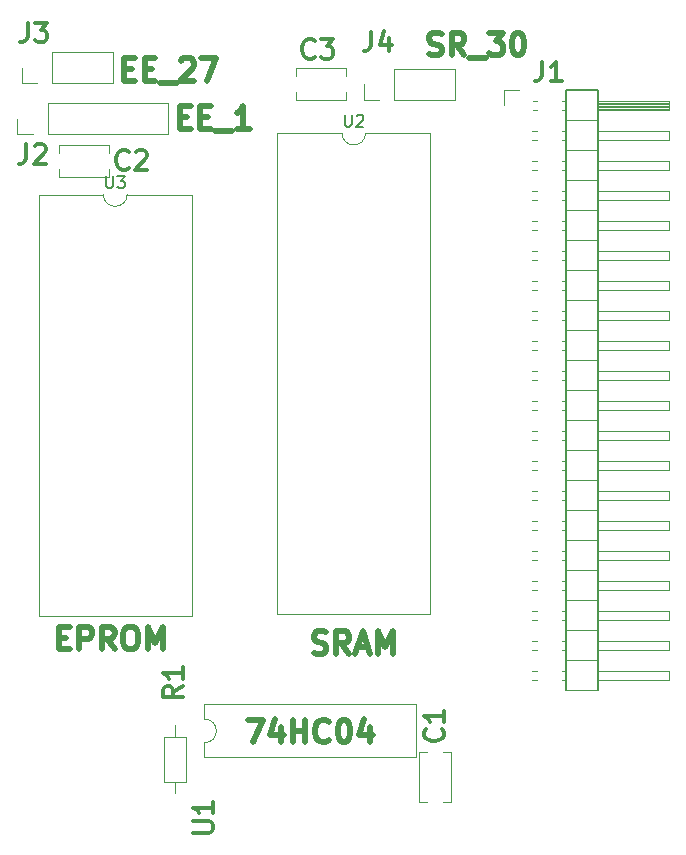
<source format=gto>
G04 #@! TF.GenerationSoftware,KiCad,Pcbnew,(6.0.1)*
G04 #@! TF.CreationDate,2022-10-08T09:58:21-04:00*
G04 #@! TF.ProjectId,LB-MEM-04,4c422d4d-454d-42d3-9034-2e6b69636164,2*
G04 #@! TF.SameCoordinates,Original*
G04 #@! TF.FileFunction,Legend,Top*
G04 #@! TF.FilePolarity,Positive*
%FSLAX46Y46*%
G04 Gerber Fmt 4.6, Leading zero omitted, Abs format (unit mm)*
G04 Created by KiCad (PCBNEW (6.0.1)) date 2022-10-08 09:58:21*
%MOMM*%
%LPD*%
G01*
G04 APERTURE LIST*
%ADD10C,0.476250*%
%ADD11C,0.349250*%
%ADD12C,0.150000*%
%ADD13C,0.120000*%
G04 APERTURE END LIST*
D10*
X169699214Y-50301071D02*
X169971357Y-50391785D01*
X170424928Y-50391785D01*
X170606357Y-50301071D01*
X170697071Y-50210357D01*
X170787785Y-50028928D01*
X170787785Y-49847500D01*
X170697071Y-49666071D01*
X170606357Y-49575357D01*
X170424928Y-49484642D01*
X170062071Y-49393928D01*
X169880642Y-49303214D01*
X169789928Y-49212500D01*
X169699214Y-49031071D01*
X169699214Y-48849642D01*
X169789928Y-48668214D01*
X169880642Y-48577500D01*
X170062071Y-48486785D01*
X170515642Y-48486785D01*
X170787785Y-48577500D01*
X172692785Y-50391785D02*
X172057785Y-49484642D01*
X171604214Y-50391785D02*
X171604214Y-48486785D01*
X172329928Y-48486785D01*
X172511357Y-48577500D01*
X172602071Y-48668214D01*
X172692785Y-48849642D01*
X172692785Y-49121785D01*
X172602071Y-49303214D01*
X172511357Y-49393928D01*
X172329928Y-49484642D01*
X171604214Y-49484642D01*
X173055642Y-50573214D02*
X174507071Y-50573214D01*
X174779214Y-48486785D02*
X175958500Y-48486785D01*
X175323500Y-49212500D01*
X175595642Y-49212500D01*
X175777071Y-49303214D01*
X175867785Y-49393928D01*
X175958500Y-49575357D01*
X175958500Y-50028928D01*
X175867785Y-50210357D01*
X175777071Y-50301071D01*
X175595642Y-50391785D01*
X175051357Y-50391785D01*
X174869928Y-50301071D01*
X174779214Y-50210357D01*
X177137785Y-48486785D02*
X177319214Y-48486785D01*
X177500642Y-48577500D01*
X177591357Y-48668214D01*
X177682071Y-48849642D01*
X177772785Y-49212500D01*
X177772785Y-49666071D01*
X177682071Y-50028928D01*
X177591357Y-50210357D01*
X177500642Y-50301071D01*
X177319214Y-50391785D01*
X177137785Y-50391785D01*
X176956357Y-50301071D01*
X176865642Y-50210357D01*
X176774928Y-50028928D01*
X176684214Y-49666071D01*
X176684214Y-49212500D01*
X176774928Y-48849642D01*
X176865642Y-48668214D01*
X176956357Y-48577500D01*
X177137785Y-48486785D01*
X154332214Y-106652785D02*
X155602214Y-106652785D01*
X154785785Y-108557785D01*
X157144357Y-107287785D02*
X157144357Y-108557785D01*
X156690785Y-106562071D02*
X156237214Y-107922785D01*
X157416500Y-107922785D01*
X158142214Y-108557785D02*
X158142214Y-106652785D01*
X158142214Y-107559928D02*
X159230785Y-107559928D01*
X159230785Y-108557785D02*
X159230785Y-106652785D01*
X161226500Y-108376357D02*
X161135785Y-108467071D01*
X160863642Y-108557785D01*
X160682214Y-108557785D01*
X160410071Y-108467071D01*
X160228642Y-108285642D01*
X160137928Y-108104214D01*
X160047214Y-107741357D01*
X160047214Y-107469214D01*
X160137928Y-107106357D01*
X160228642Y-106924928D01*
X160410071Y-106743500D01*
X160682214Y-106652785D01*
X160863642Y-106652785D01*
X161135785Y-106743500D01*
X161226500Y-106834214D01*
X162405785Y-106652785D02*
X162587214Y-106652785D01*
X162768642Y-106743500D01*
X162859357Y-106834214D01*
X162950071Y-107015642D01*
X163040785Y-107378500D01*
X163040785Y-107832071D01*
X162950071Y-108194928D01*
X162859357Y-108376357D01*
X162768642Y-108467071D01*
X162587214Y-108557785D01*
X162405785Y-108557785D01*
X162224357Y-108467071D01*
X162133642Y-108376357D01*
X162042928Y-108194928D01*
X161952214Y-107832071D01*
X161952214Y-107378500D01*
X162042928Y-107015642D01*
X162133642Y-106834214D01*
X162224357Y-106743500D01*
X162405785Y-106652785D01*
X164673642Y-107287785D02*
X164673642Y-108557785D01*
X164220071Y-106562071D02*
X163766500Y-107922785D01*
X164945785Y-107922785D01*
X138348357Y-99685928D02*
X138983357Y-99685928D01*
X139255500Y-100683785D02*
X138348357Y-100683785D01*
X138348357Y-98778785D01*
X139255500Y-98778785D01*
X140071928Y-100683785D02*
X140071928Y-98778785D01*
X140797642Y-98778785D01*
X140979071Y-98869500D01*
X141069785Y-98960214D01*
X141160500Y-99141642D01*
X141160500Y-99413785D01*
X141069785Y-99595214D01*
X140979071Y-99685928D01*
X140797642Y-99776642D01*
X140071928Y-99776642D01*
X143065500Y-100683785D02*
X142430500Y-99776642D01*
X141976928Y-100683785D02*
X141976928Y-98778785D01*
X142702642Y-98778785D01*
X142884071Y-98869500D01*
X142974785Y-98960214D01*
X143065500Y-99141642D01*
X143065500Y-99413785D01*
X142974785Y-99595214D01*
X142884071Y-99685928D01*
X142702642Y-99776642D01*
X141976928Y-99776642D01*
X144244785Y-98778785D02*
X144607642Y-98778785D01*
X144789071Y-98869500D01*
X144970500Y-99050928D01*
X145061214Y-99413785D01*
X145061214Y-100048785D01*
X144970500Y-100411642D01*
X144789071Y-100593071D01*
X144607642Y-100683785D01*
X144244785Y-100683785D01*
X144063357Y-100593071D01*
X143881928Y-100411642D01*
X143791214Y-100048785D01*
X143791214Y-99413785D01*
X143881928Y-99050928D01*
X144063357Y-98869500D01*
X144244785Y-98778785D01*
X145877642Y-100683785D02*
X145877642Y-98778785D01*
X146512642Y-100139500D01*
X147147642Y-98778785D01*
X147147642Y-100683785D01*
X148608142Y-55616928D02*
X149243142Y-55616928D01*
X149515285Y-56614785D02*
X148608142Y-56614785D01*
X148608142Y-54709785D01*
X149515285Y-54709785D01*
X150331714Y-55616928D02*
X150966714Y-55616928D01*
X151238857Y-56614785D02*
X150331714Y-56614785D01*
X150331714Y-54709785D01*
X151238857Y-54709785D01*
X151601714Y-56796214D02*
X153053142Y-56796214D01*
X154504571Y-56614785D02*
X153416000Y-56614785D01*
X153960285Y-56614785D02*
X153960285Y-54709785D01*
X153778857Y-54981928D01*
X153597428Y-55163357D01*
X153416000Y-55254071D01*
X159920214Y-100974071D02*
X160192357Y-101064785D01*
X160645928Y-101064785D01*
X160827357Y-100974071D01*
X160918071Y-100883357D01*
X161008785Y-100701928D01*
X161008785Y-100520500D01*
X160918071Y-100339071D01*
X160827357Y-100248357D01*
X160645928Y-100157642D01*
X160283071Y-100066928D01*
X160101642Y-99976214D01*
X160010928Y-99885500D01*
X159920214Y-99704071D01*
X159920214Y-99522642D01*
X160010928Y-99341214D01*
X160101642Y-99250500D01*
X160283071Y-99159785D01*
X160736642Y-99159785D01*
X161008785Y-99250500D01*
X162913785Y-101064785D02*
X162278785Y-100157642D01*
X161825214Y-101064785D02*
X161825214Y-99159785D01*
X162550928Y-99159785D01*
X162732357Y-99250500D01*
X162823071Y-99341214D01*
X162913785Y-99522642D01*
X162913785Y-99794785D01*
X162823071Y-99976214D01*
X162732357Y-100066928D01*
X162550928Y-100157642D01*
X161825214Y-100157642D01*
X163639500Y-100520500D02*
X164546642Y-100520500D01*
X163458071Y-101064785D02*
X164093071Y-99159785D01*
X164728071Y-101064785D01*
X165363071Y-101064785D02*
X165363071Y-99159785D01*
X165998071Y-100520500D01*
X166633071Y-99159785D01*
X166633071Y-101064785D01*
X143891000Y-51552928D02*
X144526000Y-51552928D01*
X144798142Y-52550785D02*
X143891000Y-52550785D01*
X143891000Y-50645785D01*
X144798142Y-50645785D01*
X145614571Y-51552928D02*
X146249571Y-51552928D01*
X146521714Y-52550785D02*
X145614571Y-52550785D01*
X145614571Y-50645785D01*
X146521714Y-50645785D01*
X146884571Y-52732214D02*
X148336000Y-52732214D01*
X148698857Y-50827214D02*
X148789571Y-50736500D01*
X148971000Y-50645785D01*
X149424571Y-50645785D01*
X149606000Y-50736500D01*
X149696714Y-50827214D01*
X149787428Y-51008642D01*
X149787428Y-51190071D01*
X149696714Y-51462214D01*
X148608142Y-52550785D01*
X149787428Y-52550785D01*
X150422428Y-50645785D02*
X151692428Y-50645785D01*
X150876000Y-52550785D01*
D11*
X135593666Y-57896880D02*
X135593666Y-59076166D01*
X135515047Y-59312023D01*
X135357809Y-59469261D01*
X135121952Y-59547880D01*
X134964714Y-59547880D01*
X136301238Y-58054119D02*
X136379857Y-57975500D01*
X136537095Y-57896880D01*
X136930190Y-57896880D01*
X137087428Y-57975500D01*
X137166047Y-58054119D01*
X137244666Y-58211357D01*
X137244666Y-58368595D01*
X137166047Y-58604452D01*
X136222619Y-59547880D01*
X137244666Y-59547880D01*
D12*
X142365088Y-60622380D02*
X142365088Y-61431904D01*
X142412707Y-61527142D01*
X142460326Y-61574761D01*
X142555564Y-61622380D01*
X142746040Y-61622380D01*
X142841278Y-61574761D01*
X142888897Y-61527142D01*
X142936516Y-61431904D01*
X142936516Y-60622380D01*
X143317469Y-60622380D02*
X143936516Y-60622380D01*
X143603183Y-61003333D01*
X143746040Y-61003333D01*
X143841278Y-61050952D01*
X143888897Y-61098571D01*
X143936516Y-61193809D01*
X143936516Y-61431904D01*
X143888897Y-61527142D01*
X143841278Y-61574761D01*
X143746040Y-61622380D01*
X143460326Y-61622380D01*
X143365088Y-61574761D01*
X143317469Y-61527142D01*
X162560095Y-55415380D02*
X162560095Y-56224904D01*
X162607714Y-56320142D01*
X162655333Y-56367761D01*
X162750571Y-56415380D01*
X162941047Y-56415380D01*
X163036285Y-56367761D01*
X163083904Y-56320142D01*
X163131523Y-56224904D01*
X163131523Y-55415380D01*
X163560095Y-55510619D02*
X163607714Y-55463000D01*
X163702952Y-55415380D01*
X163941047Y-55415380D01*
X164036285Y-55463000D01*
X164083904Y-55510619D01*
X164131523Y-55605857D01*
X164131523Y-55701095D01*
X164083904Y-55843952D01*
X163512476Y-56415380D01*
X164131523Y-56415380D01*
D11*
X164803677Y-48371880D02*
X164803677Y-49551166D01*
X164725058Y-49787023D01*
X164567820Y-49944261D01*
X164331963Y-50022880D01*
X164174725Y-50022880D01*
X166297439Y-48922214D02*
X166297439Y-50022880D01*
X165904344Y-48293261D02*
X165511249Y-49472547D01*
X166533296Y-49472547D01*
X179281666Y-50911880D02*
X179281666Y-52091166D01*
X179203047Y-52327023D01*
X179045809Y-52484261D01*
X178809952Y-52562880D01*
X178652714Y-52562880D01*
X180932666Y-52562880D02*
X179989238Y-52562880D01*
X180460952Y-52562880D02*
X180460952Y-50911880D01*
X180303714Y-51147738D01*
X180146476Y-51304976D01*
X179989238Y-51383595D01*
X149717876Y-116192915D02*
X151054400Y-116192915D01*
X151211638Y-116114296D01*
X151290257Y-116035677D01*
X151368876Y-115878439D01*
X151368876Y-115563963D01*
X151290257Y-115406725D01*
X151211638Y-115328106D01*
X151054400Y-115249487D01*
X149717876Y-115249487D01*
X151368876Y-113598487D02*
X151368876Y-114541915D01*
X151368876Y-114070201D02*
X149717876Y-114070201D01*
X149953734Y-114227439D01*
X150110972Y-114384677D01*
X150189591Y-114541915D01*
X170769642Y-107443176D02*
X170848261Y-107521795D01*
X170926880Y-107757652D01*
X170926880Y-107914890D01*
X170848261Y-108150748D01*
X170691023Y-108307986D01*
X170533785Y-108386605D01*
X170219309Y-108465224D01*
X169983452Y-108465224D01*
X169668976Y-108386605D01*
X169511738Y-108307986D01*
X169354500Y-108150748D01*
X169275880Y-107914890D01*
X169275880Y-107757652D01*
X169354500Y-107521795D01*
X169433119Y-107443176D01*
X170926880Y-105870795D02*
X170926880Y-106814224D01*
X170926880Y-106342510D02*
X169275880Y-106342510D01*
X169511738Y-106499748D01*
X169668976Y-106656986D01*
X169747595Y-106814224D01*
X144250843Y-59898642D02*
X144172224Y-59977261D01*
X143936367Y-60055880D01*
X143779129Y-60055880D01*
X143543271Y-59977261D01*
X143386033Y-59820023D01*
X143307414Y-59662785D01*
X143228795Y-59348309D01*
X143228795Y-59112452D01*
X143307414Y-58797976D01*
X143386033Y-58640738D01*
X143543271Y-58483500D01*
X143779129Y-58404880D01*
X143936367Y-58404880D01*
X144172224Y-58483500D01*
X144250843Y-58562119D01*
X144879795Y-58562119D02*
X144958414Y-58483500D01*
X145115652Y-58404880D01*
X145508748Y-58404880D01*
X145665986Y-58483500D01*
X145744605Y-58562119D01*
X145823224Y-58719357D01*
X145823224Y-58876595D01*
X145744605Y-59112452D01*
X144801176Y-60055880D01*
X145823224Y-60055880D01*
X135720666Y-47609880D02*
X135720666Y-48789166D01*
X135642047Y-49025023D01*
X135484809Y-49182261D01*
X135248952Y-49260880D01*
X135091714Y-49260880D01*
X136349619Y-47609880D02*
X137371666Y-47609880D01*
X136821333Y-48238833D01*
X137057190Y-48238833D01*
X137214428Y-48317452D01*
X137293047Y-48396071D01*
X137371666Y-48553309D01*
X137371666Y-48946404D01*
X137293047Y-49103642D01*
X137214428Y-49182261D01*
X137057190Y-49260880D01*
X136585476Y-49260880D01*
X136428238Y-49182261D01*
X136349619Y-49103642D01*
X148828880Y-103780166D02*
X148042690Y-104330500D01*
X148828880Y-104723595D02*
X147177880Y-104723595D01*
X147177880Y-104094642D01*
X147256500Y-103937404D01*
X147335119Y-103858785D01*
X147492357Y-103780166D01*
X147728214Y-103780166D01*
X147885452Y-103858785D01*
X147964071Y-103937404D01*
X148042690Y-104094642D01*
X148042690Y-104723595D01*
X148828880Y-102207785D02*
X148828880Y-103151214D01*
X148828880Y-102679500D02*
X147177880Y-102679500D01*
X147413738Y-102836738D01*
X147570976Y-102993976D01*
X147649595Y-103151214D01*
X159998833Y-50500642D02*
X159920214Y-50579261D01*
X159684357Y-50657880D01*
X159527119Y-50657880D01*
X159291261Y-50579261D01*
X159134023Y-50422023D01*
X159055404Y-50264785D01*
X158976785Y-49950309D01*
X158976785Y-49714452D01*
X159055404Y-49399976D01*
X159134023Y-49242738D01*
X159291261Y-49085500D01*
X159527119Y-49006880D01*
X159684357Y-49006880D01*
X159920214Y-49085500D01*
X159998833Y-49164119D01*
X160549166Y-49006880D02*
X161571214Y-49006880D01*
X161020880Y-49635833D01*
X161256738Y-49635833D01*
X161413976Y-49714452D01*
X161492595Y-49793071D01*
X161571214Y-49950309D01*
X161571214Y-50343404D01*
X161492595Y-50500642D01*
X161413976Y-50579261D01*
X161256738Y-50657880D01*
X160785023Y-50657880D01*
X160627785Y-50579261D01*
X160549166Y-50500642D01*
D13*
X137414000Y-54423000D02*
X147634000Y-54423000D01*
X134814000Y-57083000D02*
X134814000Y-55753000D01*
X137414000Y-57083000D02*
X147634000Y-57083000D01*
X147634000Y-57083000D02*
X147634000Y-54423000D01*
X137414000Y-57083000D02*
X137414000Y-54423000D01*
X136144000Y-57083000D02*
X134814000Y-57083000D01*
X136666993Y-62170000D02*
X136666993Y-97850000D01*
X149586993Y-62170000D02*
X144126993Y-62170000D01*
X136666993Y-97850000D02*
X149586993Y-97850000D01*
X149586993Y-97850000D02*
X149586993Y-62170000D01*
X142126993Y-62170000D02*
X136666993Y-62170000D01*
X142126993Y-62170000D02*
G75*
G03*
X144126993Y-62170000I1000000J0D01*
G01*
X169782000Y-56963000D02*
X164322000Y-56963000D01*
X169782000Y-97723000D02*
X169782000Y-56963000D01*
X156862000Y-56963000D02*
X156862000Y-97723000D01*
X162322000Y-56963000D02*
X156862000Y-56963000D01*
X156862000Y-97723000D02*
X169782000Y-97723000D01*
X162322000Y-56963000D02*
G75*
G03*
X164322000Y-56963000I1000000J0D01*
G01*
X171906011Y-54162000D02*
X171906011Y-51502000D01*
X166766011Y-54162000D02*
X171906011Y-54162000D01*
X165496011Y-54162000D02*
X164166011Y-54162000D01*
X166766011Y-51502000D02*
X171906011Y-51502000D01*
X164166011Y-54162000D02*
X164166011Y-52832000D01*
X166766011Y-54162000D02*
X166766011Y-51502000D01*
X180932929Y-93095000D02*
X181330000Y-93095000D01*
X189990000Y-85475000D02*
X183990000Y-85475000D01*
X180932929Y-79635000D02*
X181330000Y-79635000D01*
X178392929Y-77855000D02*
X178847071Y-77855000D01*
X178392929Y-94875000D02*
X178847071Y-94875000D01*
X178392929Y-69475000D02*
X178847071Y-69475000D01*
X183990000Y-97415000D02*
X189990000Y-97415000D01*
X183990000Y-53285000D02*
X181330000Y-53285000D01*
X183990000Y-54295000D02*
X189990000Y-54295000D01*
X178392929Y-82175000D02*
X178847071Y-82175000D01*
X180932929Y-77095000D02*
X181330000Y-77095000D01*
X178392929Y-56775000D02*
X178847071Y-56775000D01*
X181330000Y-71125000D02*
X183990000Y-71125000D01*
X180932929Y-66935000D02*
X181330000Y-66935000D01*
X183990000Y-87255000D02*
X189990000Y-87255000D01*
X178392929Y-62615000D02*
X178847071Y-62615000D01*
X183990000Y-77095000D02*
X189990000Y-77095000D01*
X189990000Y-102495000D02*
X189990000Y-103255000D01*
X178392929Y-61855000D02*
X178847071Y-61855000D01*
X178392929Y-60075000D02*
X178847071Y-60075000D01*
X181330000Y-63505000D02*
X183990000Y-63505000D01*
X189990000Y-97415000D02*
X189990000Y-98175000D01*
X189990000Y-100715000D02*
X183990000Y-100715000D01*
X181330000Y-78745000D02*
X183990000Y-78745000D01*
X189990000Y-82175000D02*
X189990000Y-82935000D01*
X178392929Y-90555000D02*
X178847071Y-90555000D01*
X180932929Y-69475000D02*
X181330000Y-69475000D01*
X178392929Y-92335000D02*
X178847071Y-92335000D01*
X189990000Y-72775000D02*
X183990000Y-72775000D01*
X181330000Y-104145000D02*
X183990000Y-104145000D01*
X180932929Y-94875000D02*
X181330000Y-94875000D01*
X180932929Y-102495000D02*
X181330000Y-102495000D01*
X181330000Y-93985000D02*
X183990000Y-93985000D01*
X183990000Y-64395000D02*
X189990000Y-64395000D01*
X178392929Y-87255000D02*
X178847071Y-87255000D01*
X178392929Y-84715000D02*
X178847071Y-84715000D01*
X180932929Y-100715000D02*
X181330000Y-100715000D01*
X189990000Y-87255000D02*
X189990000Y-88015000D01*
X189990000Y-94875000D02*
X189990000Y-95635000D01*
X181330000Y-55885000D02*
X183990000Y-55885000D01*
X178392929Y-59315000D02*
X178847071Y-59315000D01*
X189990000Y-54995000D02*
X183990000Y-54995000D01*
X183990000Y-54895000D02*
X189990000Y-54895000D01*
X189990000Y-56775000D02*
X189990000Y-57535000D01*
X183990000Y-84715000D02*
X189990000Y-84715000D01*
X183990000Y-89795000D02*
X189990000Y-89795000D01*
X180932929Y-57535000D02*
X181330000Y-57535000D01*
X181330000Y-66045000D02*
X183990000Y-66045000D01*
X178392929Y-72775000D02*
X178847071Y-72775000D01*
X178392929Y-74555000D02*
X178847071Y-74555000D01*
X183990000Y-79635000D02*
X189990000Y-79635000D01*
X180932929Y-99955000D02*
X181330000Y-99955000D01*
X189990000Y-64395000D02*
X189990000Y-65155000D01*
X178392929Y-79635000D02*
X178847071Y-79635000D01*
X180932929Y-65155000D02*
X181330000Y-65155000D01*
X180932929Y-59315000D02*
X181330000Y-59315000D01*
X183990000Y-66935000D02*
X189990000Y-66935000D01*
X189990000Y-98175000D02*
X183990000Y-98175000D01*
X180932929Y-74555000D02*
X181330000Y-74555000D01*
X180932929Y-62615000D02*
X181330000Y-62615000D01*
X183990000Y-82175000D02*
X189990000Y-82175000D01*
X189990000Y-72015000D02*
X189990000Y-72775000D01*
X181330000Y-91445000D02*
X183990000Y-91445000D01*
X178392929Y-103255000D02*
X178847071Y-103255000D01*
X178392929Y-88015000D02*
X178847071Y-88015000D01*
X180932929Y-82935000D02*
X181330000Y-82935000D01*
X189990000Y-65155000D02*
X183990000Y-65155000D01*
X189990000Y-62615000D02*
X183990000Y-62615000D01*
D12*
X181330000Y-53285000D02*
X183990000Y-53285000D01*
D13*
X178392929Y-67695000D02*
X178847071Y-67695000D01*
X180932929Y-98175000D02*
X181330000Y-98175000D01*
X183990000Y-72015000D02*
X189990000Y-72015000D01*
X180932929Y-87255000D02*
X181330000Y-87255000D01*
X189990000Y-89795000D02*
X189990000Y-90555000D01*
X178392929Y-70235000D02*
X178847071Y-70235000D01*
X189990000Y-54235000D02*
X189990000Y-54995000D01*
X180932929Y-103255000D02*
X181330000Y-103255000D01*
X181330000Y-86365000D02*
X183990000Y-86365000D01*
X180932929Y-88015000D02*
X181330000Y-88015000D01*
X181330000Y-99065000D02*
X183990000Y-99065000D01*
X180932929Y-90555000D02*
X181330000Y-90555000D01*
X189990000Y-75315000D02*
X183990000Y-75315000D01*
X189990000Y-103255000D02*
X183990000Y-103255000D01*
X183990000Y-92335000D02*
X189990000Y-92335000D01*
X189990000Y-57535000D02*
X183990000Y-57535000D01*
X180932929Y-75315000D02*
X181330000Y-75315000D01*
X178392929Y-65155000D02*
X178847071Y-65155000D01*
X181330000Y-58425000D02*
X183990000Y-58425000D01*
X189990000Y-60075000D02*
X183990000Y-60075000D01*
X183990000Y-54415000D02*
X189990000Y-54415000D01*
X189990000Y-74555000D02*
X189990000Y-75315000D01*
X189990000Y-82935000D02*
X183990000Y-82935000D01*
X178392929Y-100715000D02*
X178847071Y-100715000D01*
X180932929Y-84715000D02*
X181330000Y-84715000D01*
X178392929Y-72015000D02*
X178847071Y-72015000D01*
X183990000Y-54655000D02*
X189990000Y-54655000D01*
X189990000Y-77855000D02*
X183990000Y-77855000D01*
X183990000Y-54775000D02*
X189990000Y-54775000D01*
X183990000Y-99955000D02*
X189990000Y-99955000D01*
D12*
X181330000Y-104145000D02*
X181330000Y-53285000D01*
D13*
X178392929Y-95635000D02*
X178847071Y-95635000D01*
X189990000Y-77095000D02*
X189990000Y-77855000D01*
X178392929Y-66935000D02*
X178847071Y-66935000D01*
X180932929Y-95635000D02*
X181330000Y-95635000D01*
X181330000Y-60965000D02*
X183990000Y-60965000D01*
X180932929Y-85475000D02*
X181330000Y-85475000D01*
X181330000Y-83825000D02*
X183990000Y-83825000D01*
X180932929Y-72015000D02*
X181330000Y-72015000D01*
X183990000Y-54535000D02*
X189990000Y-54535000D01*
X178392929Y-77095000D02*
X178847071Y-77095000D01*
X183990000Y-61855000D02*
X189990000Y-61855000D01*
X180932929Y-97415000D02*
X181330000Y-97415000D01*
X189990000Y-79635000D02*
X189990000Y-80395000D01*
X180932929Y-54995000D02*
X181330000Y-54995000D01*
X180932929Y-89795000D02*
X181330000Y-89795000D01*
X178460000Y-54995000D02*
X178847071Y-54995000D01*
X189990000Y-67695000D02*
X183990000Y-67695000D01*
X189990000Y-59315000D02*
X189990000Y-60075000D01*
X180932929Y-80395000D02*
X181330000Y-80395000D01*
X189990000Y-84715000D02*
X189990000Y-85475000D01*
X180932929Y-72775000D02*
X181330000Y-72775000D01*
X176080000Y-54615000D02*
X176080000Y-53345000D01*
X180932929Y-61855000D02*
X181330000Y-61855000D01*
X183990000Y-54235000D02*
X189990000Y-54235000D01*
X183990000Y-59315000D02*
X189990000Y-59315000D01*
X181330000Y-76205000D02*
X183990000Y-76205000D01*
X178392929Y-93095000D02*
X178847071Y-93095000D01*
X176080000Y-53345000D02*
X177350000Y-53345000D01*
X181330000Y-101605000D02*
X183990000Y-101605000D01*
X178392929Y-98175000D02*
X178847071Y-98175000D01*
X178392929Y-75315000D02*
X178847071Y-75315000D01*
X180932929Y-92335000D02*
X181330000Y-92335000D01*
X183990000Y-69475000D02*
X189990000Y-69475000D01*
X180932929Y-77855000D02*
X181330000Y-77855000D01*
X181330000Y-68585000D02*
X183990000Y-68585000D01*
X180932929Y-64395000D02*
X181330000Y-64395000D01*
X178392929Y-97415000D02*
X178847071Y-97415000D01*
X178392929Y-82935000D02*
X178847071Y-82935000D01*
X178392929Y-89795000D02*
X178847071Y-89795000D01*
X178392929Y-80395000D02*
X178847071Y-80395000D01*
X189990000Y-90555000D02*
X183990000Y-90555000D01*
X180932929Y-60075000D02*
X181330000Y-60075000D01*
X189990000Y-61855000D02*
X189990000Y-62615000D01*
X183990000Y-102495000D02*
X189990000Y-102495000D01*
X189990000Y-95635000D02*
X183990000Y-95635000D01*
X178392929Y-57535000D02*
X178847071Y-57535000D01*
X189990000Y-88015000D02*
X183990000Y-88015000D01*
X180932929Y-56775000D02*
X181330000Y-56775000D01*
X178392929Y-102495000D02*
X178847071Y-102495000D01*
D12*
X183990000Y-53285000D02*
X183990000Y-104145000D01*
D13*
X189990000Y-80395000D02*
X183990000Y-80395000D01*
X183990000Y-56775000D02*
X189990000Y-56775000D01*
X180932929Y-82175000D02*
X181330000Y-82175000D01*
X189990000Y-99955000D02*
X189990000Y-100715000D01*
X178460000Y-54235000D02*
X178847071Y-54235000D01*
X189990000Y-70235000D02*
X183990000Y-70235000D01*
X189990000Y-93095000D02*
X183990000Y-93095000D01*
X180932929Y-67695000D02*
X181330000Y-67695000D01*
X181330000Y-73665000D02*
X183990000Y-73665000D01*
X189990000Y-92335000D02*
X189990000Y-93095000D01*
X183990000Y-74555000D02*
X189990000Y-74555000D01*
X180932929Y-54235000D02*
X181330000Y-54235000D01*
X189990000Y-69475000D02*
X189990000Y-70235000D01*
X181330000Y-88905000D02*
X183990000Y-88905000D01*
X178392929Y-85475000D02*
X178847071Y-85475000D01*
X178392929Y-64395000D02*
X178847071Y-64395000D01*
X189990000Y-66935000D02*
X189990000Y-67695000D01*
X178392929Y-99955000D02*
X178847071Y-99955000D01*
X181330000Y-81285000D02*
X183990000Y-81285000D01*
X183990000Y-94875000D02*
X189990000Y-94875000D01*
X181330000Y-96525000D02*
X183990000Y-96525000D01*
X180932929Y-70235000D02*
X181330000Y-70235000D01*
X150683996Y-105334011D02*
X150683996Y-106584011D01*
X150683996Y-109834011D02*
X168583996Y-109834011D01*
X168583996Y-105334011D02*
X150683996Y-105334011D01*
X150683996Y-108584011D02*
X150683996Y-109834011D01*
X168583996Y-109834011D02*
X168583996Y-105334011D01*
X150683996Y-108584011D02*
G75*
G03*
X150683996Y-106584011I0J1000000D01*
G01*
X168810000Y-113626010D02*
X168810000Y-109386010D01*
X170845000Y-109386010D02*
X171550000Y-109386010D01*
X168810000Y-109386010D02*
X169515000Y-109386010D01*
X171550000Y-113626010D02*
X171550000Y-109386010D01*
X170845000Y-113626010D02*
X171550000Y-113626010D01*
X168810000Y-113626010D02*
X169515000Y-113626010D01*
X142582010Y-57939000D02*
X138342010Y-57939000D01*
X142582010Y-58644000D02*
X142582010Y-57939000D01*
X138342010Y-58644000D02*
X138342010Y-57939000D01*
X142582010Y-60679000D02*
X142582010Y-59974000D01*
X138342010Y-60679000D02*
X138342010Y-59974000D01*
X142582010Y-60679000D02*
X138342010Y-60679000D01*
X135210000Y-52765000D02*
X135210000Y-51435000D01*
X137810000Y-52765000D02*
X142950000Y-52765000D01*
X137810000Y-50105000D02*
X142950000Y-50105000D01*
X137810000Y-52765000D02*
X137810000Y-50105000D01*
X142950000Y-52765000D02*
X142950000Y-50105000D01*
X136540000Y-52765000D02*
X135210000Y-52765000D01*
X147289000Y-108062000D02*
X147289000Y-111902000D01*
X148209000Y-112852000D02*
X148209000Y-111902000D01*
X149129000Y-108062000D02*
X147289000Y-108062000D01*
X148209000Y-107112000D02*
X148209000Y-108062000D01*
X147289000Y-111902000D02*
X149129000Y-111902000D01*
X149129000Y-111902000D02*
X149129000Y-108062000D01*
X158408000Y-52167000D02*
X158408000Y-51462000D01*
X162648000Y-54202000D02*
X158408000Y-54202000D01*
X162648000Y-51462000D02*
X158408000Y-51462000D01*
X158408000Y-54202000D02*
X158408000Y-53497000D01*
X162648000Y-52167000D02*
X162648000Y-51462000D01*
X162648000Y-54202000D02*
X162648000Y-53497000D01*
M02*

</source>
